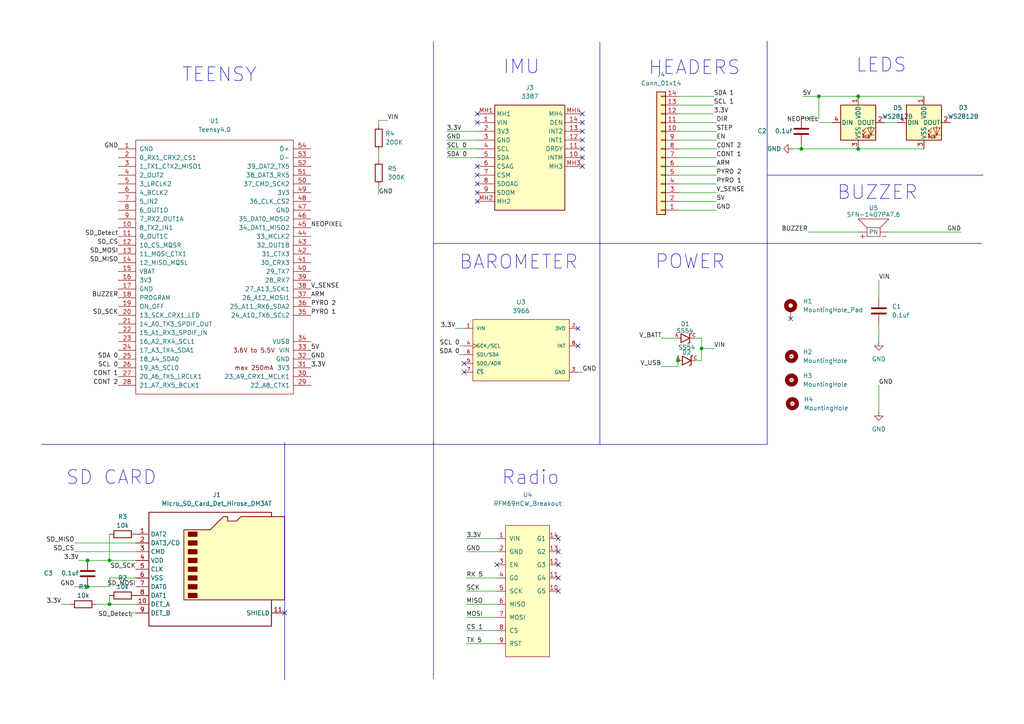
<source format=kicad_sch>
(kicad_sch (version 20230121) (generator eeschema)
  (paper "A4")
  (lib_symbols
    (symbol "BMP388:3966" (pin_names (offset 1.016))
      (property "Reference" "MD" (at 0 5.08 0))
      (property "Value" "3966" (at 0 7.62 0))
      (symbol "3966_1_1"
        (rectangle (start 5.08 2.54) (end 33.02 -15.24) (fill (type background)))
        (pin power_in line (at 2.54 0 0) (length 2.54) (name "VIN") (number "1"))
        (pin power_in line (at 35.56 0 180) (length 2.54) (name "3VO") (number "2"))
        (pin power_in line (at 35.56 -12.7 180) (length 2.54) (name "GND") (number "3"))
        (pin input clock (at 2.54 -5.08 0) (length 2.54) (name "SCK/SCL") (number "4"))
        (pin bidirectional line (at 2.54 -10.16 0) (length 2.54) (name "SDO/ADR") (number "5"))
        (pin bidirectional line (at 2.54 -7.62 0) (length 2.54) (name "SDI/SDA") (number "6"))
        (pin input line (at 2.54 -12.7 0) (length 2.54) (name "~{CS}") (number "7"))
        (pin output line (at 35.56 -5.08 180) (length 2.54) (name "INT") (number "8"))
      )
    )
    (symbol "Connector:Micro_SD_Card_Det_Hirose_DM3AT"
      (property "Reference" "J" (at -16.51 17.78 0))
      (property "Value" "Micro_SD_Card_Det_Hirose_DM3AT" (at 16.51 17.78 0))
      (symbol "Micro_SD_Card_Det_Hirose_DM3AT_0_1"
        (rectangle (start -7.62 -6.985) (end -5.08 -8.255) (stroke (width 0.254)) (fill (type outline)))
        (rectangle (start -7.62 -4.445) (end -5.08 -5.715) (stroke (width 0.254)) (fill (type outline)))
        (rectangle (start -7.62 -1.905) (end -5.08 -3.175) (stroke (width 0.254)) (fill (type outline)))
        (rectangle (start -7.62 0.635) (end -5.08 -0.635) (stroke (width 0.254)) (fill (type outline)))
        (rectangle (start -7.62 3.175) (end -5.08 1.905) (stroke (width 0.254)) (fill (type outline)))
        (rectangle (start -7.62 5.715) (end -5.08 4.445) (stroke (width 0.254)) (fill (type outline)))
        (rectangle (start -7.62 8.255) (end -5.08 6.985) (stroke (width 0.254)) (fill (type outline)))
        (rectangle (start -7.62 10.795) (end -5.08 9.525) (stroke (width 0.254)) (fill (type outline)))
        (polyline (pts (xy 16.51 15.24) (xy 16.51 16.51) (xy -19.05 16.51) (xy -19.05 -16.51) (xy 16.51 -16.51) (xy 16.51 -8.89)) (stroke (width 0.254)))
        (polyline (pts (xy -8.89 -8.89) (xy -8.89 11.43) (xy -1.27 11.43) (xy 2.54 15.24) (xy 3.81 15.24) (xy 3.81 13.97) (xy 6.35 13.97) (xy 7.62 15.24) (xy 20.32 15.24) (xy 20.32 -8.89) (xy -8.89 -8.89)) (stroke (width 0.254)) (fill (type background)))
      )
      (symbol "Micro_SD_Card_Det_Hirose_DM3AT_1_1"
        (pin bidirectional line (at -22.86 10.16 0) (length 3.81) (name "DAT2") (number "1"))
        (pin passive line (at -22.86 -10.16 0) (length 3.81) (name "DET_A") (number "10"))
        (pin passive line (at 20.32 -12.7 180) (length 3.81) (name "SHIELD") (number "11"))
        (pin bidirectional line (at -22.86 7.62 0) (length 3.81) (name "DAT3/CD") (number "2"))
        (pin input line (at -22.86 5.08 0) (length 3.81) (name "CMD") (number "3"))
        (pin power_in line (at -22.86 2.54 0) (length 3.81) (name "VDD") (number "4"))
        (pin input line (at -22.86 0 0) (length 3.81) (name "CLK") (number "5"))
        (pin power_in line (at -22.86 -2.54 0) (length 3.81) (name "VSS") (number "6"))
        (pin bidirectional line (at -22.86 -5.08 0) (length 3.81) (name "DAT0") (number "7"))
        (pin bidirectional line (at -22.86 -7.62 0) (length 3.81) (name "DAT1") (number "8"))
        (pin passive line (at -22.86 -12.7 0) (length 3.81) (name "DET_B") (number "9"))
      )
    )
    (symbol "Connector_Generic:Conn_01x14" (pin_names (offset 1.016) hide)
      (property "Reference" "J" (at 0 17.78 0))
      (property "Value" "Conn_01x14" (at 0 -20.32 0))
      (symbol "Conn_01x14_1_1"
        (rectangle (start -1.27 -17.653) (end 0 -17.907) (stroke (width 0.1524)))
        (rectangle (start -1.27 -15.113) (end 0 -15.367) (stroke (width 0.1524)))
        (rectangle (start -1.27 -12.573) (end 0 -12.827) (stroke (width 0.1524)))
        (rectangle (start -1.27 -10.033) (end 0 -10.287) (stroke (width 0.1524)))
        (rectangle (start -1.27 -7.493) (end 0 -7.747) (stroke (width 0.1524)))
        (rectangle (start -1.27 -4.953) (end 0 -5.207) (stroke (width 0.1524)))
        (rectangle (start -1.27 -2.413) (end 0 -2.667) (stroke (width 0.1524)))
        (rectangle (start -1.27 0.127) (end 0 -0.127) (stroke (width 0.1524)))
        (rectangle (start -1.27 2.667) (end 0 2.413) (stroke (width 0.1524)))
        (rectangle (start -1.27 5.207) (end 0 4.953) (stroke (width 0.1524)))
        (rectangle (start -1.27 7.747) (end 0 7.493) (stroke (width 0.1524)))
        (rectangle (start -1.27 10.287) (end 0 10.033) (stroke (width 0.1524)))
        (rectangle (start -1.27 12.827) (end 0 12.573) (stroke (width 0.1524)))
        (rectangle (start -1.27 15.367) (end 0 15.113) (stroke (width 0.1524)))
        (rectangle (start -1.27 16.51) (end 1.27 -19.05) (stroke (width 0.254)) (fill (type background)))
        (pin passive line (at -5.08 15.24 0) (length 3.81) (name "Pin_1") (number "1"))
        (pin passive line (at -5.08 -7.62 0) (length 3.81) (name "Pin_10") (number "10"))
        (pin passive line (at -5.08 -10.16 0) (length 3.81) (name "Pin_11") (number "11"))
        (pin passive line (at -5.08 -12.7 0) (length 3.81) (name "Pin_12") (number "12"))
        (pin passive line (at -5.08 -15.24 0) (length 3.81) (name "Pin_13") (number "13"))
        (pin passive line (at -5.08 -17.78 0) (length 3.81) (name "Pin_14") (number "14"))
        (pin passive line (at -5.08 12.7 0) (length 3.81) (name "Pin_2") (number "2"))
        (pin passive line (at -5.08 10.16 0) (length 3.81) (name "Pin_3") (number "3"))
        (pin passive line (at -5.08 7.62 0) (length 3.81) (name "Pin_4") (number "4"))
        (pin passive line (at -5.08 5.08 0) (length 3.81) (name "Pin_5") (number "5"))
        (pin passive line (at -5.08 2.54 0) (length 3.81) (name "Pin_6") (number "6"))
        (pin passive line (at -5.08 0 0) (length 3.81) (name "Pin_7") (number "7"))
        (pin passive line (at -5.08 -2.54 0) (length 3.81) (name "Pin_8") (number "8"))
        (pin passive line (at -5.08 -5.08 0) (length 3.81) (name "Pin_9") (number "9"))
      )
    )
    (symbol "Device:C" (pin_numbers hide) (pin_names (offset 0.254))
      (property "Reference" "C" (at 0.635 2.54 0))
      (property "Value" "C" (at 0.635 -2.54 0))
      (symbol "C_0_1"
        (polyline (pts (xy -2.032 -0.762) (xy 2.032 -0.762)) (stroke (width 0.508)))
        (polyline (pts (xy -2.032 0.762) (xy 2.032 0.762)) (stroke (width 0.508)))
      )
      (symbol "C_1_1"
        (pin passive line (at 0 3.81 270) (length 2.794) (name "~") (number "1"))
        (pin passive line (at 0 -3.81 90) (length 2.794) (name "~") (number "2"))
      )
    )
    (symbol "Device:R" (pin_numbers hide) (pin_names (offset 0))
      (property "Reference" "R" (at 2.032 0 90))
      (property "Value" "R" (at 0 0 90))
      (symbol "R_0_1"
        (rectangle (start -1.016 -2.54) (end 1.016 2.54) (stroke (width 0.254)))
      )
      (symbol "R_1_1"
        (pin passive line (at 0 3.81 270) (length 1.27) (name "~") (number "1"))
        (pin passive line (at 0 -3.81 90) (length 1.27) (name "~") (number "2"))
      )
    )
    (symbol "LED:WS2812B" (pin_names (offset 0.254))
      (property "Reference" "D" (at 5.08 5.715 0))
      (property "Value" "WS2812B" (at 1.27 -5.715 0))
      (symbol "WS2812B_0_0"
        (text "RGB" (at 2.286 -4.191 0) (effects (font (size 0.762 0.762))))
      )
      (symbol "WS2812B_0_1"
        (polyline (pts (xy 1.27 -3.556) (xy 1.778 -3.556)))
        (polyline (pts (xy 1.27 -2.54) (xy 1.778 -2.54)))
        (polyline (pts (xy 4.699 -3.556) (xy 2.667 -3.556)))
        (polyline (pts (xy 2.286 -2.54) (xy 1.27 -3.556) (xy 1.27 -3.048)))
        (polyline (pts (xy 2.286 -1.524) (xy 1.27 -2.54) (xy 1.27 -2.032)))
        (polyline (pts (xy 3.683 -1.016) (xy 3.683 -3.556) (xy 3.683 -4.064)))
        (polyline (pts (xy 4.699 -1.524) (xy 2.667 -1.524) (xy 3.683 -3.556) (xy 4.699 -1.524)))
        (rectangle (start 5.08 5.08) (end -5.08 -5.08) (stroke (width 0.254)) (fill (type background)))
      )
      (symbol "WS2812B_1_1"
        (pin power_in line (at 0 7.62 270) (length 2.54) (name "VDD") (number "1"))
        (pin output line (at 7.62 0 180) (length 2.54) (name "DOUT") (number "2"))
        (pin power_in line (at 0 -7.62 90) (length 2.54) (name "VSS") (number "3"))
        (pin input line (at -7.62 0 0) (length 2.54) (name "DIN") (number "4"))
      )
    )
    (symbol "LSM9DS1:3387"
      (property "Reference" "J" (at 26.67 7.62 0))
      (property "Value" "3387" (at 26.67 5.08 0))
      (symbol "3387_1_1"
        (rectangle (start 5.08 2.54) (end 25.4 -27.94) (stroke (width 0.254)) (fill (type background)))
        (pin passive line (at 0 -2.54 0) (length 5.08) (name "VIN") (number "1"))
        (pin passive line (at 30.48 -12.7 180) (length 5.08) (name "INTM") (number "10"))
        (pin passive line (at 30.48 -10.16 180) (length 5.08) (name "DRDY") (number "11"))
        (pin passive line (at 30.48 -7.62 180) (length 5.08) (name "INT1") (number "12"))
        (pin passive line (at 30.48 -5.08 180) (length 5.08) (name "INT2") (number "13"))
        (pin passive line (at 30.48 -2.54 180) (length 5.08) (name "DEN") (number "14"))
        (pin passive line (at 0 -5.08 0) (length 5.08) (name "3V3") (number "2"))
        (pin passive line (at 0 -7.62 0) (length 5.08) (name "GND") (number "3"))
        (pin passive line (at 0 -10.16 0) (length 5.08) (name "SCL") (number "4"))
        (pin passive line (at 0 -12.7 0) (length 5.08) (name "SDA") (number "5"))
        (pin passive line (at 0 -15.24 0) (length 5.08) (name "CSAG") (number "6"))
        (pin passive line (at 0 -17.78 0) (length 5.08) (name "CSM") (number "7"))
        (pin passive line (at 0 -20.32 0) (length 5.08) (name "SDOAG") (number "8"))
        (pin passive line (at 0 -22.86 0) (length 5.08) (name "SDOM") (number "9"))
        (pin passive line (at 0 0 0) (length 5.08) (name "MH1") (number "MH1"))
        (pin passive line (at 0 -25.4 0) (length 5.08) (name "MH2") (number "MH2"))
        (pin passive line (at 30.48 -15.24 180) (length 5.08) (name "MH3") (number "MH3"))
        (pin passive line (at 30.48 0 180) (length 5.08) (name "MH4") (number "MH4"))
      )
    )
    (symbol "Mechanical:MountingHole" (pin_names (offset 1.016))
      (property "Reference" "H" (at 0 5.08 0))
      (property "Value" "MountingHole" (at 0 3.175 0))
      (symbol "MountingHole_0_1"
        (circle (center 0 0) (radius 1.27) (stroke (width 1.27)))
      )
    )
    (symbol "Mechanical:MountingHole_Pad" (pin_numbers hide) (pin_names (offset 1.016) hide)
      (property "Reference" "H" (at 0 6.35 0))
      (property "Value" "MountingHole_Pad" (at 0 4.445 0))
      (symbol "MountingHole_Pad_0_1"
        (circle (center 0 1.27) (radius 1.27) (stroke (width 1.27)))
      )
      (symbol "MountingHole_Pad_1_1"
        (pin input line (at 0 -2.54 90) (length 2.54) (name "1") (number "1"))
      )
    )
    (symbol "SFN-1407PA7.6:SFN-1407PA7.6"
      (property "Reference" "U" (at 0 2.54 0))
      (symbol "SFN-1407PA7.6_0_1"
        (polyline (pts (xy -3.81 -3.81) (xy -2.54 -3.81)))
        (polyline (pts (xy 1.143 -3.81) (xy 1.143 -3.81)))
        (polyline (pts (xy 2.54 -3.81) (xy 3.81 -3.81)))
        (polyline (pts (xy -3.175 -3.175) (xy -3.175 -3.81) (xy -3.175 -4.445)))
        (polyline (pts (xy -1.905 -1.27) (xy -4.445 1.27) (xy 4.445 1.27) (xy 1.905 -1.27)))
        (polyline (pts (xy -1.905 -3.81) (xy 1.905 -3.81) (xy 1.905 -1.27) (xy -1.905 -1.27) (xy -1.905 -3.81)))
      )
      (symbol "SFN-1407PA7.6_1_1"
        (pin output line (at 4.445 -2.54 180) (length 2.54) (name "N") (number ""))
        (pin input line (at -4.445 -2.54 0) (length 2.54) (name "P") (number ""))
      )
    )
    (symbol "SS54:SS54" (pin_names (offset 1.016))
      (property "Reference" "D" (at 2.54 0.4826 0))
      (property "Value" "SS54" (at 2.54 -2.3114 0))
      (symbol "SS54_0_0"
        (polyline (pts (xy -2.54 0) (xy -1.27 0)) (stroke (width 0.1524)))
        (polyline (pts (xy -1.27 -1.27) (xy 1.27 0)) (stroke (width 0.254)))
        (polyline (pts (xy -1.27 0) (xy -1.27 -1.27)) (stroke (width 0.254)))
        (polyline (pts (xy -1.27 1.27) (xy -1.27 0)) (stroke (width 0.254)))
        (polyline (pts (xy 1.27 -1.27) (xy 0.762 -1.524)) (stroke (width 0.254)))
        (polyline (pts (xy 1.27 0) (xy -1.27 1.27)) (stroke (width 0.254)))
        (polyline (pts (xy 1.27 0) (xy 1.27 -1.27)) (stroke (width 0.254)))
        (polyline (pts (xy 1.27 1.27) (xy 1.27 0)) (stroke (width 0.254)))
        (polyline (pts (xy 1.27 1.27) (xy 1.778 1.524)) (stroke (width 0.254)))
        (polyline (pts (xy 2.54 0) (xy 1.27 0)) (stroke (width 0.1524)))
        (pin passive line (at -2.54 0 0) (length 0) (name "~") (number "A"))
        (pin passive line (at 2.54 0 180) (length 0) (name "~") (number "C"))
      )
    )
    (symbol "Teensy_4.1:Teensy4.0" (pin_names (offset 1.016))
      (property "Reference" "U" (at 0 39.37 0))
      (property "Value" "Teensy4.0" (at 0 -39.37 0))
      (symbol "Teensy4.0_0_0"
        (text "3.6V to 5.5V" (at 11.43 -24.13 0) (effects (font (size 1.27 1.27))))
        (text "max 250mA" (at 11.43 -29.21 0) (effects (font (size 1.27 1.27))))
        (pin bidirectional line (at -27.94 11.43 0) (length 5.08) (name "8_TX2_IN1") (number "10"))
        (pin bidirectional line (at -27.94 8.89 0) (length 5.08) (name "9_OUT1C") (number "11"))
        (pin bidirectional line (at -27.94 6.35 0) (length 5.08) (name "10_CS_MQSR") (number "12"))
        (pin bidirectional line (at -27.94 3.81 0) (length 5.08) (name "11_MOSI_CTX1") (number "13"))
        (pin bidirectional line (at -27.94 1.27 0) (length 5.08) (name "12_MISO_MQSL") (number "14"))
        (pin power_in line (at -27.94 -1.27 0) (length 5.08) (name "VBAT") (number "15"))
        (pin power_in line (at -27.94 -3.81 0) (length 5.08) (name "3V3") (number "16"))
        (pin power_in line (at -27.94 -6.35 0) (length 5.08) (name "GND") (number "17"))
        (pin input line (at -27.94 -8.89 0) (length 5.08) (name "PROGRAM") (number "18"))
        (pin input line (at -27.94 -11.43 0) (length 5.08) (name "ON_OFF") (number "19"))
        (pin bidirectional line (at -27.94 -13.97 0) (length 5.08) (name "13_SCK_CRX1_LED") (number "20"))
        (pin bidirectional line (at -27.94 -16.51 0) (length 5.08) (name "14_A0_TX3_SPDIF_OUT") (number "21"))
        (pin bidirectional line (at -27.94 -19.05 0) (length 5.08) (name "15_A1_RX3_SPDIF_IN") (number "22"))
        (pin bidirectional line (at -27.94 -21.59 0) (length 5.08) (name "16_A2_RX4_SCL1") (number "23"))
        (pin bidirectional line (at -27.94 -24.13 0) (length 5.08) (name "17_A3_TX4_SDA1") (number "24"))
        (pin bidirectional line (at -27.94 -26.67 0) (length 5.08) (name "18_A4_SDA0") (number "25"))
        (pin bidirectional line (at -27.94 -29.21 0) (length 5.08) (name "19_A5_SCL0") (number "26"))
        (pin bidirectional line (at -27.94 -31.75 0) (length 5.08) (name "20_A6_TX5_LRCLK1") (number "27"))
        (pin bidirectional line (at -27.94 -34.29 0) (length 5.08) (name "21_A7_RX5_BCLK1") (number "28"))
        (pin bidirectional line (at 27.94 -34.29 180) (length 5.08) (name "22_A8_CTX1") (number "29"))
        (pin bidirectional line (at 27.94 -31.75 180) (length 5.08) (name "23_A9_CRX1_MCLK1") (number "30"))
        (pin power_out line (at 27.94 -29.21 180) (length 5.08) (name "3V3") (number "31"))
        (pin power_in line (at 27.94 -26.67 180) (length 5.08) (name "GND") (number "32"))
        (pin power_in line (at 27.94 -24.13 180) (length 5.08) (name "VIN") (number "33"))
        (pin power_out line (at 27.94 -21.59 180) (length 5.08) (name "VUSB") (number "34"))
        (pin bidirectional line (at 27.94 -13.97 180) (length 5.08) (name "24_A10_TX6_SCL2") (number "35"))
        (pin bidirectional line (at 27.94 -11.43 180) (length 5.08) (name "25_A11_RX6_SDA2") (number "36"))
        (pin bidirectional line (at 27.94 -8.89 180) (length 5.08) (name "26_A12_MOSI1") (number "37"))
        (pin bidirectional line (at 27.94 -6.35 180) (length 5.08) (name "27_A13_SCK1") (number "38"))
        (pin bidirectional line (at 27.94 -3.81 180) (length 5.08) (name "28_RX7") (number "39"))
        (pin bidirectional line (at 27.94 -1.27 180) (length 5.08) (name "29_TX7") (number "40"))
        (pin bidirectional line (at 27.94 1.27 180) (length 5.08) (name "30_CRX3") (number "41"))
        (pin bidirectional line (at 27.94 3.81 180) (length 5.08) (name "31_CTX3") (number "42"))
        (pin bidirectional line (at 27.94 6.35 180) (length 5.08) (name "32_OUT1B") (number "43"))
        (pin bidirectional line (at 27.94 8.89 180) (length 5.08) (name "33_MCLK2") (number "44"))
        (pin bidirectional line (at 27.94 11.43 180) (length 5.08) (name "34_DAT1_MISO2") (number "45"))
        (pin bidirectional line (at 27.94 13.97 180) (length 5.08) (name "35_DAT0_MOSI2") (number "46"))
        (pin power_out line (at 27.94 16.51 180) (length 5.08) (name "GND") (number "47"))
        (pin bidirectional line (at 27.94 19.05 180) (length 5.08) (name "36_CLK_CS2") (number "48"))
        (pin power_out line (at 27.94 21.59 180) (length 5.08) (name "3V3") (number "49"))
        (pin bidirectional line (at -27.94 24.13 0) (length 5.08) (name "3_LRCLK2") (number "5"))
        (pin bidirectional line (at 27.94 24.13 180) (length 5.08) (name "37_CMD_SCK2") (number "50"))
        (pin bidirectional line (at 27.94 26.67 180) (length 5.08) (name "38_DAT3_RX5") (number "51"))
        (pin bidirectional line (at 27.94 29.21 180) (length 5.08) (name "39_DAT2_TX5") (number "52"))
        (pin bidirectional line (at 27.94 31.75 180) (length 5.08) (name "D-") (number "53"))
        (pin bidirectional line (at 27.94 34.29 180) (length 5.08) (name "D+") (number "54"))
        (pin bidirectional line (at -27.94 21.59 0) (length 5.08) (name "4_BCLK2") (number "6"))
        (pin bidirectional line (at -27.94 19.05 0) (length 5.08) (name "5_IN2") (number "7"))
        (pin bidirectional line (at -27.94 16.51 0) (length 5.08) (name "6_OUT1D") (number "8"))
        (pin bidirectional line (at -27.94 13.97 0) (length 5.08) (name "7_RX2_OUT1A") (number "9"))
      )
      (symbol "Teensy4.0_0_1"
        (rectangle (start -22.86 36.83) (end 22.86 -36.83))
        (rectangle (start -20.32 -31.75) (end -20.32 -31.75))
      )
      (symbol "Teensy4.0_1_1"
        (pin power_in line (at -27.94 34.29 0) (length 5.08) (name "GND") (number "1"))
        (pin bidirectional line (at -27.94 31.75 0) (length 5.08) (name "0_RX1_CRX2_CS1") (number "2"))
        (pin bidirectional line (at -27.94 29.21 0) (length 5.08) (name "1_TX1_CTX2_MISO1") (number "3"))
        (pin bidirectional line (at -27.94 26.67 0) (length 5.08) (name "2_OUT2") (number "4"))
      )
    )
    (symbol "power:GND" (power) (pin_names (offset 0))
      (property "Value" "GND" (at 0 -3.81 0))
      (symbol "GND_0_1"
        (polyline (pts (xy 0 0) (xy 0 -1.27) (xy 1.27 -1.27) (xy 0 -2.54) (xy -1.27 -1.27) (xy 0 -1.27)))
      )
      (symbol "GND_1_1"
        (pin power_in line (at 0 0 270) (length 0) hide (name "GND") (number "1"))
      )
    )
    (symbol "sensors:RFM69HCW_Breakout" (pin_names (offset 1.016))
      (property "Reference" "U2" (at 0 27.94 0))
      (property "Value" "RFM69HCW_Breakout" (at 0 25.4 0))
      (symbol "RFM69HCW_Breakout_0_1"
        (rectangle (start -6.35 19.05) (end 6.35 -19.05) (fill (type background)))
      )
      (symbol "RFM69HCW_Breakout_1_1"
        (pin power_in line (at -8.89 15.24 0) (length 2.54) (name "VIN") (number "1"))
        (pin bidirectional line (at 8.89 0 180) (length 2.54) (name "G5") (number "10"))
        (pin bidirectional line (at 8.89 3.81 180) (length 2.54) (name "G4") (number "11"))
        (pin bidirectional line (at 8.89 7.62 180) (length 2.54) (name "G3") (number "12"))
        (pin bidirectional line (at 8.89 11.43 180) (length 2.54) (name "G2") (number "13"))
        (pin bidirectional line (at 8.89 15.24 180) (length 2.54) (name "G1") (number "14"))
        (pin power_in line (at -8.89 11.43 0) (length 2.54) (name "GND") (number "2"))
        (pin input line (at -8.89 7.62 0) (length 2.54) (name "EN") (number "3"))
        (pin output line (at -8.89 3.81 0) (length 2.54) (name "G0") (number "4"))
        (pin input line (at -8.89 0 0) (length 2.54) (name "SCK") (number "5"))
        (pin output line (at -8.89 -3.81 0) (length 2.54) (name "MISO") (number "6"))
        (pin input line (at -8.89 -7.62 0) (length 2.54) (name "MOSI") (number "7"))
        (pin input line (at -8.89 -11.43 0) (length 2.54) (name "CS") (number "8"))
        (pin input line (at -8.89 -15.24 0) (length 2.54) (name "RST") (number "9"))
      )
    )
  )
  (junction (at 248.92 43.18))
  (junction (at 237.49 27.94))
  (junction (at 25.4 162.56))
  (junction (at 31.75 162.56))
  (junction (at 248.92 27.94))
  (junction (at 196.6449 104.5757))
  (junction (at 232.41 43.18))
  (junction (at 25.4 170.18))
  (junction (at 203.4621 101.0715))
  (junction (at 31.75 175.26))
  (no_connect (at 168.91 38.1))
  (no_connect (at 144.145 163.83))
  (no_connect (at 161.925 167.64))
  (no_connect (at 236.22 -31.75))
  (no_connect (at 82.55 177.8))
  (no_connect (at 168.91 33.02))
  (no_connect (at 138.43 33.02))
  (no_connect (at 161.925 156.21))
  (no_connect (at 161.925 160.02))
  (no_connect (at 167.64 95.25))
  (no_connect (at 167.64 100.33))
  (no_connect (at 134.62 105.41))
  (no_connect (at 134.62 107.95))
  (no_connect (at 168.91 48.26))
  (no_connect (at 168.91 43.18))
  (no_connect (at 229.3215 92.4449))
  (no_connect (at 161.925 171.45))
  (no_connect (at 168.91 40.64))
  (no_connect (at 168.91 45.72))
  (no_connect (at 138.43 58.42))
  (no_connect (at 138.43 48.26))
  (no_connect (at 161.925 163.83))
  (no_connect (at 168.91 35.56))
  (no_connect (at 138.43 55.88))
  (no_connect (at 138.43 53.34))
  (no_connect (at 138.43 35.56))
  (no_connect (at 138.43 50.8))
  (wire (pts (xy 135.255 175.26) (xy 144.145 175.26)))
  (wire (pts (xy 38.1 179.07) (xy 38.1 177.8)))
  (wire (pts (xy 229.87 43.18) (xy 232.41 43.18)))
  (wire (pts (xy 196.85 35.56) (xy 207.772 35.56)))
  (wire (pts (xy 254.889 93.98) (xy 254.889 99.06)))
  (wire (pts (xy 27.94 175.26) (xy 31.75 175.26)))
  (wire (pts (xy 38.1 177.8) (xy 39.37 177.8)))
  (wire (pts (xy 22.86 162.56) (xy 25.4 162.56)))
  (polyline (pts (xy 12.065 128.905) (xy 125.73 128.905)))
  (wire (pts (xy 21.59 157.48) (xy 39.37 157.48)))
  (polyline (pts (xy 82.55 197.231) (xy 82.55 128.27)))
  (wire (pts (xy 196.85 60.96) (xy 207.772 60.96)))
  (polyline (pts (xy 125.73 128.27) (xy 125.73 196.85)))
  (polyline (pts (xy 284.988 50.673) (xy 284.988 50.8)))
  (wire (pts (xy 196.6988 104.4906) (xy 196.6449 104.5757)))
  (wire (pts (xy 109.855 34.925) (xy 109.855 36.195)))
  (wire (pts (xy 133.35 100.33) (xy 134.62 100.33)))
  (wire (pts (xy 31.75 170.18) (xy 31.75 167.64)))
  (wire (pts (xy 31.75 162.56) (xy 39.37 162.56)))
  (wire (pts (xy 196.6449 106.3005) (xy 196.6449 104.5757)))
  (wire (pts (xy 196.85 43.18) (xy 207.772 43.18)))
  (wire (pts (xy 207.1209 101.0715) (xy 203.4621 101.0715)))
  (wire (pts (xy 135.255 160.02) (xy 144.145 160.02)))
  (wire (pts (xy 254.889 111.76) (xy 254.889 119.38)))
  (wire (pts (xy 203.4621 104.5757) (xy 201.7249 104.5757)))
  (wire (pts (xy 109.855 43.815) (xy 109.855 46.355)))
  (wire (pts (xy 232.41 41.91) (xy 232.41 43.18)))
  (wire (pts (xy 31.75 175.26) (xy 39.37 175.26)))
  (wire (pts (xy 129.54 43.18) (xy 138.43 43.18)))
  (wire (pts (xy 135.255 156.21) (xy 144.145 156.21)))
  (wire (pts (xy 196.85 58.42) (xy 207.772 58.42)))
  (wire (pts (xy 21.59 160.02) (xy 39.37 160.02)))
  (polyline (pts (xy 125.73 12.065) (xy 125.73 128.905)))
  (wire (pts (xy 191.9188 98.0826) (xy 191.9188 98.2372)))
  (wire (pts (xy 17.78 175.26) (xy 20.32 175.26)))
  (wire (pts (xy 237.49 34.29) (xy 237.49 27.94)))
  (polyline (pts (xy 173.99 70.612) (xy 222.504 70.612)))
  (wire (pts (xy 135.255 171.45) (xy 144.145 171.45)))
  (polyline (pts (xy 173.99 12.192) (xy 173.99 70.612)))
  (wire (pts (xy 207.01 27.94) (xy 196.85 27.94)))
  (wire (pts (xy 31.75 154.94) (xy 31.75 162.56)))
  (wire (pts (xy 248.92 27.94) (xy 267.97 27.94)))
  (wire (pts (xy 237.49 27.94) (xy 248.92 27.94)))
  (polyline (pts (xy 173.99 128.905) (xy 173.99 70.358)))
  (wire (pts (xy 196.85 45.72) (xy 207.772 45.72)))
  (wire (pts (xy 207.01 33.02) (xy 196.85 33.02)))
  (wire (pts (xy 21.59 170.18) (xy 25.4 170.18)))
  (polyline (pts (xy 222.504 11.938) (xy 222.504 70.612)))
  (wire (pts (xy 196.85 53.34) (xy 207.772 53.34)))
  (wire (pts (xy 196.85 48.26) (xy 207.772 48.26)))
  (wire (pts (xy 232.41 34.29) (xy 237.49 34.29)))
  (wire (pts (xy 135.255 167.64) (xy 144.145 167.64)))
  (wire (pts (xy 196.85 38.1) (xy 207.772 38.1)))
  (wire (pts (xy 135.255 182.88) (xy 144.145 182.88)))
  (wire (pts (xy 167.64 107.95) (xy 168.91 107.95)))
  (wire (pts (xy 25.4 170.18) (xy 31.75 170.18)))
  (wire (pts (xy 203.4621 101.0715) (xy 203.4621 104.5757)))
  (wire (pts (xy 129.54 40.64) (xy 138.43 40.64)))
  (polyline (pts (xy 125.73 70.612) (xy 173.99 70.612)))
  (wire (pts (xy 31.75 172.72) (xy 31.75 175.26)))
  (wire (pts (xy 196.2326 98.0826) (xy 191.9188 98.0826)))
  (polyline (pts (xy 222.631 50.8) (xy 284.988 50.8)))
  (wire (pts (xy 232.41 43.18) (xy 248.92 43.18)))
  (polyline (pts (xy 222.504 70.612) (xy 284.734 70.612)))
  (wire (pts (xy 191.7642 106.3005) (xy 196.6449 106.3005)))
  (wire (pts (xy 256.54 35.56) (xy 260.35 35.56)))
  (wire (pts (xy 201.3126 98.0826) (xy 203.4621 98.0826)))
  (wire (pts (xy 254.889 81.28) (xy 254.889 86.36)))
  (wire (pts (xy 132.08 95.25) (xy 134.62 95.25)))
  (wire (pts (xy 133.35 102.87) (xy 134.62 102.87)))
  (wire (pts (xy 248.92 43.18) (xy 267.97 43.18)))
  (wire (pts (xy 31.75 167.64) (xy 39.37 167.64)))
  (wire (pts (xy 129.54 38.1) (xy 138.43 38.1)))
  (wire (pts (xy 25.4 162.56) (xy 31.75 162.56)))
  (wire (pts (xy 203.4621 98.0826) (xy 203.4621 101.0715)))
  (wire (pts (xy 196.85 55.88) (xy 207.772 55.88)))
  (wire (pts (xy 257.81 67.31) (xy 278.765 67.31)))
  (wire (pts (xy 135.255 186.69) (xy 144.145 186.69)))
  (wire (pts (xy 129.54 45.72) (xy 138.43 45.72)))
  (polyline (pts (xy 173.99 128.905) (xy 222.504 128.905)))
  (wire (pts (xy 109.855 53.975) (xy 109.855 56.515)))
  (wire (pts (xy 207.01 30.48) (xy 196.85 30.48)))
  (polyline (pts (xy 222.504 128.905) (xy 222.504 70.612)))
  (wire (pts (xy 237.49 35.56) (xy 241.0451 35.5294)))
  (wire (pts (xy 196.85 40.64) (xy 207.772 40.64)))
  (wire (pts (xy 109.855 34.925) (xy 112.395 34.925)))
  (wire (pts (xy 135.255 179.07) (xy 144.145 179.07)))
  (wire (pts (xy 232.791 27.94) (xy 237.49 27.94)))
  (polyline (pts (xy 125.73 128.905) (xy 173.99 128.905)))
  (wire (pts (xy 196.85 50.8) (xy 207.772 50.8)))
  (wire (pts (xy 234.315 67.31) (xy 248.92 67.31)))
  (text "BUZZER" (at 242.697 58.293 0) (effects (font (size 4 4)) (justify left bottom)))
  (text "TEENSY" (at 52.705 24.13 0) (effects (font (size 4 4)) (justify left bottom)))
  (text "HEADERS" (at 187.96 22.098 0) (effects (font (size 4 4)) (justify left bottom)))
  (text "SD CARD" (at 19.05 140.97 0) (effects (font (size 4 4)) (justify left bottom)))
  (text "POWER\n" (at 189.865 78.359 0) (effects (font (size 4 4)) (justify left bottom)))
  (text "LEDS" (at 248.158 21.336 0) (effects (font (size 4 4)) (justify left bottom)))
  (text "IMU" (at 145.796 21.844 0) (effects (font (size 4 4)) (justify left bottom)))
  (text "BAROMETER" (at 133.096 78.486 0) (effects (font (size 4 4)) (justify left bottom)))
  (text "Radio" (at 145.415 140.97 0) (effects (font (size 4 4)) (justify left bottom)))
  (label "GND" (at 109.855 56.515 0))
  (label "SCL 0" (at 34.29 106.68 180))
  (label "5V" (at 232.791 27.94 0))
  (label "SD_MOSI" (at 39.37 170.18 180))
  (label "VIN" (at 112.395 34.925 0))
  (label "PYRO 2" (at 207.772 50.8 0))
  (label "ARM" (at 90.17 86.36 0))
  (label "3.3V" (at 17.78 175.26 180))
  (label "SD_MOSI" (at 34.29 73.66 180))
  (label "SD_CS" (at 21.59 160.02 180))
  (label "SCK" (at 135.255 171.45 0))
  (label "V_BATT" (at 191.9188 98.2372 180))
  (label "SDA 1" (at 207.01 27.94 0))
  (label "3.3V" (at 22.86 162.56 180))
  (label "BUZZER" (at 234.315 67.31 180))
  (label "V_SENSE" (at 207.772 55.88 0))
  (label "GND" (at 34.29 43.18 180))
  (label "V_SENSE" (at 90.17 83.82 0))
  (label "SD_CS" (at 34.29 71.12 180))
  (label "3.3V" (at 132.08 95.25 180))
  (label "SCL 0" (at 133.35 100.33 180))
  (label "CONT 2" (at 34.29 111.76 180))
  (label "MISO" (at 135.255 175.26 0))
  (label "3.3V" (at 90.17 106.68 0))
  (label "GND" (at 207.772 60.96 0))
  (label "MOSI" (at 135.255 179.07 0))
  (label "SD_Detect" (at 38.1 179.07 180))
  (label "CONT 2" (at 207.772 43.18 0))
  (label "SDA 0" (at 129.54 45.72 0))
  (label "SD_Detect" (at 34.29 68.58 180))
  (label "SDA 0" (at 34.29 104.14 180))
  (label "5V" (at 90.17 101.6 0))
  (label "NEOPIXEL" (at 237.49 35.56 180))
  (label "TX 5" (at 135.255 186.69 0))
  (label "SD_SCK" (at 34.29 91.44 180))
  (label "GND" (at 254.889 111.76 0))
  (label "SDA 0" (at 133.35 102.87 180))
  (label "VIN" (at 207.1209 101.0715 0))
  (label "ARM" (at 207.772 48.26 0))
  (label "EN" (at 207.772 40.64 0))
  (label "V_USB" (at 191.7642 106.3005 180))
  (label "PYRO 1" (at 90.17 91.44 0))
  (label "GND" (at 90.17 104.14 0))
  (label "VIN" (at 254.889 81.28 0))
  (label "CONT 1" (at 34.29 109.22 180))
  (label "3.3V" (at 129.54 38.1 0))
  (label "GND" (at 129.54 40.64 0))
  (label "RX 5" (at 135.255 167.64 0))
  (label "SCL 0" (at 129.54 43.18 0))
  (label "GND" (at 278.765 67.31 180))
  (label "GND" (at 168.91 107.95 0))
  (label "NEOPIXEL" (at 90.17 66.04 0))
  (label "PYRO 1" (at 207.772 53.34 0))
  (label "CONT 1" (at 207.772 45.72 0))
  (label "SD_SCK" (at 39.37 165.1 180))
  (label "3.3V" (at 207.01 33.02 0))
  (label "GND" (at 135.255 160.02 0))
  (label "BUZZER" (at 34.29 86.36 180))
  (label "5V" (at 207.772 58.42 0))
  (label "STEP" (at 207.772 38.1 0))
  (label "PYRO 2" (at 90.17 88.9 0))
  (label "DIR" (at 207.772 35.56 0))
  (label "SD_MISO" (at 34.29 76.2 180))
  (label "CS 1" (at 135.255 182.88 0))
  (label "SCL 1" (at 207.01 30.48 0))
  (label "3.3V" (at 135.255 156.21 0))
  (label "GND" (at 21.59 170.18 180))
  (label "SD_MISO" (at 21.59 157.48 180))
  (symbol (lib_id "SS54:SS54") (at 198.7726 98.0826 0) (unit 1)
    (property "Reference" "D1" (at 198.7211 93.96 0))
    (property "Value" "SS54" (at 198.6696 95.9182 0))
    (property "Footprint" "JLC_footprints:DO-214AC" (effects hide))
    (property "Vendor" "C22452" (effects hide))
  )
  (symbol (lib_id "LED:WS2812B") (at 248.92 35.56 0) (unit 1)
    (property "Reference" "D5" (at 260.35 31.2293 0))
    (property "Value" "WS2812B" (at 260.35 33.7693 0))
    (property "Footprint" "LED_SMD:LED_WS2812B_PLCC4_5.0x5.0mm_P3.2mm" (effects hide))
    (property "Datasheet" "https://cdn-shop.adafruit.com/datasheets/WS2812B.pdf" (effects hide))
  )
  (symbol (lib_id "SFN-1407PA7.6:SFN-1407PA7.6") (at 253.365 64.77 0) (unit 1)
    (property "Reference" "U5" (at 253.365 60.325 0))
    (property "Value" "SFN-1407PA7.6" (at 253.365 62.23 0))
    (property "Footprint" "buzzers:SFN-1407PA7.6" (effects hide))
  )
  (symbol (lib_id "Teensy_4.1:Teensy4.0") (at 62.23 77.47 0) (unit 1)
    (property "Reference" "U1" (at 62.23 35.052 0))
    (property "Value" "Teensy4.0" (at 62.23 37.592 0))
    (property "Footprint" "Teensy_4.1:Teensy40" (effects hide))
  )
  (symbol (lib_id "Device:R") (at 24.13 175.26 270) (unit 1)
    (property "Reference" "R1" (at 24.13 170.18 90))
    (property "Value" "10k" (at 24.13 172.72 90))
    (property "Footprint" "Resistor_SMD:R_0603_1608Metric" (effects hide))
    (property "Vendor" "C25811" (effects hide))
  )
  (symbol (lib_id "Device:R") (at 35.56 172.72 270) (unit 1)
    (property "Reference" "R2" (at 35.56 167.64 90))
    (property "Value" "10k" (at 35.56 170.18 90))
    (property "Footprint" "Resistor_SMD:R_0603_1608Metric" (effects hide))
    (property "Vendor" "C25811" (effects hide))
  )
  (symbol (lib_id "LSM9DS1:3387") (at 138.43 33.02 0) (unit 1)
    (property "Reference" "J3" (at 153.67 25.4 0))
    (property "Value" "3387" (at 153.67 27.94 0))
    (property "Footprint" "3387" (effects hide))
    (property "Datasheet" "https://www.arrow.com/en/products/3387/adafruit-industries" (effects hide))
    (property "Height" "3" (effects hide))
    (property "Arrow Part Number" "3387" (effects hide))
    (property "Arrow Price/Stock" "https://www.arrow.com/en/products/3387/adafruit-industries" (effects hide))
    (property "Manufacturer_Name" "Adafruit" (effects hide))
    (property "Manufacturer_Part_Number" "3387" (effects hide))
  )
  (symbol (lib_id "Mechanical:MountingHole_Pad") (at 229.3215 89.9049 0) (unit 1)
    (property "Reference" "H1" (at 232.8775 87.3648 0) (effects (justify left)))
    (property "Value" "MountingHole_Pad" (at 232.8775 89.9048 0) (effects (justify left)))
    (property "Footprint" "MountingHole:MountingHole_3.2mm_M3_DIN965_Pad_TopBottom" (effects hide))
  )
  (symbol (lib_id "Mechanical:MountingHole") (at 229.5755 103.3669 0) (unit 1)
    (property "Reference" "H2" (at 232.8775 102.0968 0) (effects (justify left)))
    (property "Value" "MountingHole" (at 232.8775 104.6368 0) (effects (justify left)))
    (property "Footprint" "MountingHole:MountingHole_3.2mm_M3_DIN965_Pad_TopBottom" (effects hide))
    (property "Datasheet" "~" (at 229.5755 103.3669 0))
  )
  (symbol (lib_id "Mechanical:MountingHole") (at 229.8295 117.0829 0) (unit 1)
    (property "Reference" "H4" (at 233.1315 115.8128 0) (effects (justify left)))
    (property "Value" "MountingHole" (at 233.1315 118.3528 0) (effects (justify left)))
    (property "Footprint" "MountingHole:MountingHole_3.2mm_M3_DIN965_Pad_TopBottom" (effects hide))
    (property "Datasheet" "~" (at 229.8295 117.0829 0))
  )
  (symbol (lib_id "Connector_Generic:Conn_01x14") (at 191.77 45.72 180) (unit 1)
    (property "Reference" "J4" (at 191.77 21.59 0))
    (property "Value" "Conn_01x14" (at 191.77 24.13 0))
  )
  (symbol (lib_id "Device:C") (at 232.41 38.1 180) (unit 1)
    (property "Reference" "C2" (at 222.377 37.973 0) (effects (justify left)))
    (property "Value" "0.1uf" (at 229.87 37.973 0) (effects (justify left)))
    (property "Footprint" "Capacitor_SMD:C_0603_1608Metric" (effects hide))
    (property "Vendor" "C14663" (effects hide))
  )
  (symbol (lib_id "Mechanical:MountingHole") (at 229.5755 110.2249 0) (unit 1)
    (property "Reference" "H3" (at 232.8775 108.9548 0) (effects (justify left)))
    (property "Value" "MountingHole" (at 232.8775 111.4948 0) (effects (justify left)))
    (property "Footprint" "MountingHole:MountingHole_3.2mm_M3_DIN965_Pad_TopBottom" (effects hide))
    (property "Datasheet" "~" (at 229.5755 110.2249 0))
  )
  (symbol (lib_id "sensors:RFM69HCW_Breakout") (at 153.035 171.45 0) (unit 1)
    (property "Reference" "U4" (at 153.035 143.51 0))
    (property "Value" "RFM69HCW_Breakout" (at 153.035 146.05 0))
    (property "Footprint" "Sensors:RFM69HCW_Breakout" (effects hide))
  )
  (symbol (lib_id "Device:R") (at 109.855 40.005 0) (unit 1)
    (property "Reference" "R4" (at 111.76 38.7349 0) (effects (justify left)))
    (property "Value" "200K" (at 111.76 41.2749 0) (effects (justify left)))
    (property "Footprint" "Resistor_SMD:R_0603_1608Metric" (effects hide))
    (property "Vendor" "C25811" (effects hide))
  )
  (symbol (lib_id "BMP388:3966") (at 132.08 95.25 0) (unit 1)
    (property "Reference" "U3" (at 151.13 87.63 0))
    (property "Value" "3966" (at 151.13 90.17 0))
    (property "Footprint" "BMP388:Adafruit_Industries-3966-MFG" (effects hide))
    (property "Datasheet" "https://cdn-learn.adafruit.com/downloads/pdf/adafruit-bmp388-bmp390-bmp3xx.pdf?timestamp=1628517945" (effects hide))
    (property "automotive" "No" (effects hide))
    (property "category" "UNK" (effects hide))
    (property "device class L1" "Sensors" (effects hide))
    (property "device class L2" "Pressure Sensors" (effects hide))
    (property "device class L3" "unset" (effects hide))
    (property "digikey description" "BMP388 - PRECISION BAROMETRIC PR" (effects hide))
    (property "digikey part number" "1528-2733-ND" (effects hide))
    (property "lead free" "Yes" (effects hide))
    (property "library id" "4429725cd9347a7a" (effects hide))
    (property "manufacturer" "Adafruit Industries" (effects hide))
    (property "mouser part number" "485-3966" (effects hide))
    (property "package" "MODULE_25MM40_17MM78" (effects hide))
    (property "rohs" "Yes" (effects hide))
    (property "sensor output" "I2C,SPI" (effects hide))
  )
  (symbol (lib_id "Device:R") (at 109.855 50.165 0) (unit 1)
    (property "Reference" "R5" (at 112.395 48.8949 0) (effects (justify left)))
    (property "Value" "300K" (at 112.395 51.4349 0) (effects (justify left)))
    (property "Footprint" "Resistor_SMD:R_0603_1608Metric" (effects hide))
    (property "Vendor" "C23024" (effects hide))
  )
  (symbol (lib_id "power:GND") (at 254.889 119.38 0) (unit 1)
    (property "Reference" "#PWR02" (effects hide))
    (property "Value" "GND" (at 254.889 124.46 0))
  )
  (symbol (lib_id "Connector:Micro_SD_Card_Det_Hirose_DM3AT") (at 62.23 165.1 0) (unit 1)
    (property "Reference" "J1" (at 62.865 143.51 0))
    (property "Value" "Micro_SD_Card_Det_Hirose_DM3AT" (at 62.865 146.05 0))
    (property "Footprint" "OEM:DM3CS-SF_HIR" (effects hide))
    (property "Datasheet" "https://www.hirose.com/product/en/download_file/key_name/DM3/category/Catalog/doc_file_id/49662/?file_category_id=4&item_id=195&is_series=1" (effects hide))
  )
  (symbol (lib_id "Device:C") (at 25.4 166.37 180) (unit 1)
    (property "Reference" "C3" (at 15.367 166.243 0) (effects (justify left)))
    (property "Value" "0.1uf" (at 22.86 166.243 0) (effects (justify left)))
    (property "Footprint" "Capacitor_SMD:C_0603_1608Metric" (effects hide))
    (property "Vendor" "C14663" (effects hide))
  )
  (symbol (lib_id "power:GND") (at 229.87 43.18 270) (unit 1)
    (property "Reference" "#PWR0101" (effects hide))
    (property "Value" "GND" (at 226.568 43.1799 90) (effects (justify right)))
  )
  (symbol (lib_id "Device:R") (at 35.56 154.94 90) (mirror x) (unit 1)
    (property "Reference" "R3" (at 35.56 149.86 90))
    (property "Value" "10k" (at 35.56 152.4 90))
    (property "Footprint" "Resistor_SMD:R_0603_1608Metric" (effects hide))
    (property "Vendor" "C25811" (effects hide))
  )
  (symbol (lib_id "Device:C") (at 254.889 90.17 0) (unit 1)
    (property "Reference" "C1" (at 258.699 88.8999 0) (effects (justify left)))
    (property "Value" "0.1uf" (at 258.699 91.4399 0) (effects (justify left)))
    (property "Footprint" "Capacitor_SMD:C_0603_1608Metric" (effects hide))
    (property "Vendor" "C14663" (effects hide))
  )
  (symbol (lib_id "SS54:SS54") (at 199.1849 104.5757 0) (unit 1)
    (property "Reference" "D2" (at 199.1333 102.2052 0))
    (property "Value" "SS54" (at 199.1849 100.7623 0))
    (property "Footprint" "JLC_footprints:DO-214AC" (effects hide))
    (property "Vendor" "C22452" (effects hide))
  )
  (symbol (lib_id "LED:WS2812B") (at 267.97 35.56 0) (unit 1)
    (property "Reference" "D3" (at 279.4 31.2293 0))
    (property "Value" "WS2812B" (at 279.4 33.7693 0))
    (property "Footprint" "LED_SMD:LED_WS2812B_PLCC4_5.0x5.0mm_P3.2mm" (effects hide))
    (property "Datasheet" "https://cdn-shop.adafruit.com/datasheets/WS2812B.pdf" (effects hide))
  )
  (symbol (lib_id "power:GND") (at 254.889 99.06 0) (unit 1)
    (property "Reference" "#PWR01" (effects hide))
    (property "Value" "GND" (at 254.889 104.14 0))
  )
)
</source>
